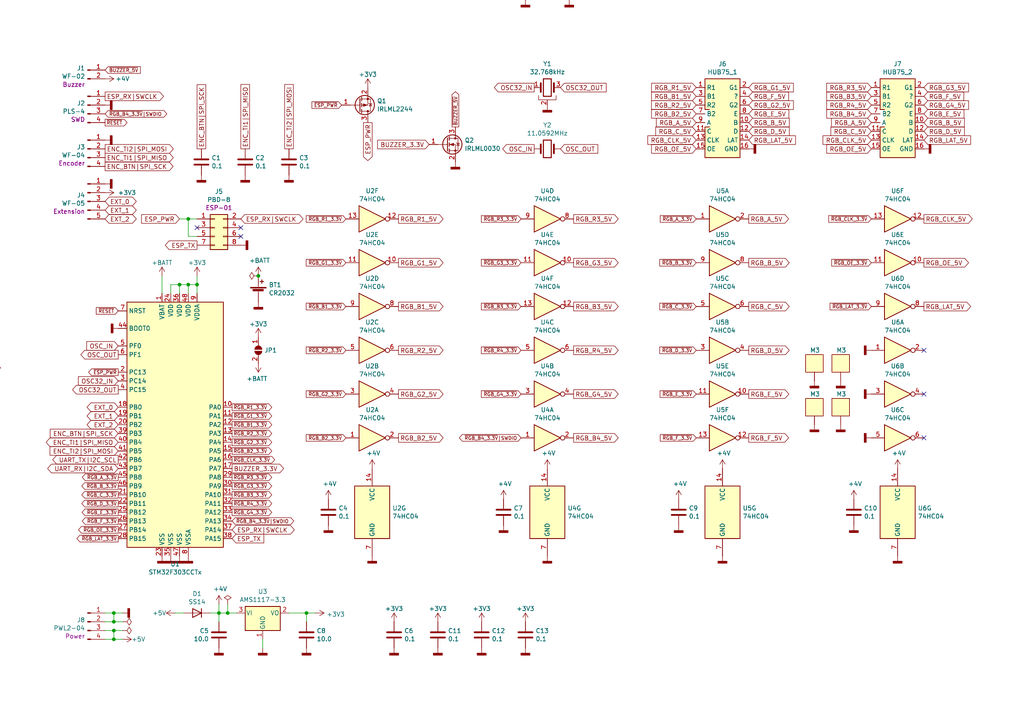
<source format=kicad_sch>
(kicad_sch (version 20211123) (generator eeschema)
  (paper "A4")
  (junction (at 52.07 82.55))
  (junction (at 88.9 177.8))
  (junction (at -35.56 60.96))
  (junction (at -17.78 60.96))
  (junction (at 54.61 82.55))
  (junction (at -33.02 60.96))
  (junction (at 54.61 63.5))
  (junction (at 74.93 80.01))
  (junction (at 63.5 177.8))
  (junction (at 33.02 180.34))
  (junction (at 66.04 177.8))
  (junction (at -15.24 60.96))
  (junction (at 33.02 177.8))
  (junction (at 33.02 182.88))
  (junction (at 57.15 82.55))
  (junction (at -20.32 60.96))
  (junction (at 33.02 185.42))
  (no_connect (at 57.15 66.04))
  (no_connect (at 267.97 114.3))
  (no_connect (at 267.97 101.6))
  (no_connect (at 69.85 66.04))
  (no_connect (at 267.97 127))
  (no_connect (at 69.85 68.58))
  (wire (pts (xy 63.5 177.8) (xy 63.5 180.34)))
  (wire (pts (xy 54.61 63.5) (xy 52.07 63.5)))
  (wire (pts (xy 83.82 177.8) (xy 88.9 177.8)))
  (wire (pts (xy 33.02 180.34) (xy 30.48 180.34)))
  (wire (pts (xy -12.7 60.96) (xy -12.7 63.5)))
  (wire (pts (xy 30.48 177.8) (xy 33.02 177.8)))
  (wire (pts (xy 35.56 182.88) (xy 33.02 182.88)))
  (wire (pts (xy 57.15 80.01) (xy 57.15 82.55)))
  (wire (pts (xy 54.61 63.5) (xy 57.15 63.5)))
  (wire (pts (xy 33.02 177.8) (xy 35.56 177.8)))
  (wire (pts (xy -33.02 60.96) (xy -30.48 60.96)))
  (wire (pts (xy -35.56 63.5) (xy -35.56 60.96)))
  (wire (pts (xy -35.56 60.96) (xy -33.02 60.96)))
  (wire (pts (xy -15.24 60.96) (xy -15.24 63.5)))
  (wire (pts (xy 49.53 82.55) (xy 52.07 82.55)))
  (wire (pts (xy 54.61 68.58) (xy 54.61 63.5)))
  (wire (pts (xy 66.04 177.8) (xy 63.5 177.8)))
  (wire (pts (xy -17.78 60.96) (xy -15.24 60.96)))
  (wire (pts (xy 60.96 177.8) (xy 63.5 177.8)))
  (wire (pts (xy 76.2 185.42) (xy 76.2 187.96)))
  (wire (pts (xy 53.34 177.8) (xy 50.8 177.8)))
  (wire (pts (xy 46.99 80.01) (xy 46.99 85.09)))
  (wire (pts (xy 49.53 85.09) (xy 49.53 82.55)))
  (wire (pts (xy -33.02 60.96) (xy -33.02 63.5)))
  (wire (pts (xy 88.9 177.8) (xy 91.44 177.8)))
  (wire (pts (xy -30.48 60.96) (xy -30.48 63.5)))
  (wire (pts (xy 57.15 68.58) (xy 54.61 68.58)))
  (wire (pts (xy 63.5 175.26) (xy 63.5 177.8)))
  (wire (pts (xy 33.02 182.88) (xy 33.02 185.42)))
  (wire (pts (xy -17.78 60.96) (xy -17.78 63.5)))
  (wire (pts (xy -15.24 60.96) (xy -12.7 60.96)))
  (wire (pts (xy 88.9 177.8) (xy 88.9 180.34)))
  (wire (pts (xy 33.02 185.42) (xy 35.56 185.42)))
  (wire (pts (xy 52.07 82.55) (xy 52.07 85.09)))
  (wire (pts (xy 52.07 82.55) (xy 54.61 82.55)))
  (wire (pts (xy 54.61 82.55) (xy 54.61 85.09)))
  (wire (pts (xy 35.56 180.34) (xy 33.02 180.34)))
  (wire (pts (xy -35.56 58.42) (xy -35.56 60.96)))
  (wire (pts (xy 33.02 177.8) (xy 33.02 180.34)))
  (wire (pts (xy -20.32 60.96) (xy -17.78 60.96)))
  (wire (pts (xy 66.04 175.26) (xy 66.04 177.8)))
  (wire (pts (xy 57.15 82.55) (xy 57.15 85.09)))
  (wire (pts (xy 30.48 182.88) (xy 33.02 182.88)))
  (wire (pts (xy 54.61 82.55) (xy 57.15 82.55)))
  (wire (pts (xy -20.32 58.42) (xy -20.32 60.96)))
  (wire (pts (xy -20.32 63.5) (xy -20.32 60.96)))
  (wire (pts (xy 68.58 177.8) (xy 66.04 177.8)))
  (wire (pts (xy 33.02 185.42) (xy 30.48 185.42)))
  (global_label "ENC_TI2|SPI_MOSI" (shape passive) (at 83.82 43.18 90) (property "Обозначения листов" "${INTERSHEET_REFS}" (effects hide)))
  (global_label "RGB_E_5V" (shape input) (at 267.97 33.02 0) (property "Обозначения листов" "${INTERSHEET_REFS}" (effects hide)))
  (global_label "RGB_D_5V" (shape input) (at 217.17 38.1 0) (property "Обозначения листов" "${INTERSHEET_REFS}" (effects hide)))
  (global_label "~{RGB_R3_3.3V}" (shape input) (at 151.13 63.5 180) (effects (font (size 0.9906 0.9906))) (property "Обозначения листов" "${INTERSHEET_REFS}" (effects hide)))
  (global_label "~{RGB_R2_3.3V}" (shape input) (at 100.33 101.6 180) (effects (font (size 0.9906 0.9906))) (property "Обозначения листов" "${INTERSHEET_REFS}" (effects hide)))
  (global_label "RGB_R4_5V" (shape output) (at 166.37 101.6 0) (property "Обозначения листов" "${INTERSHEET_REFS}" (effects hide)))
  (global_label "RGB_C_5V" (shape output) (at 217.17 88.9 0) (property "Обозначения листов" "${INTERSHEET_REFS}" (effects hide)))
  (global_label "RGB_R2_5V" (shape input) (at 201.93 30.48 180) (property "Обозначения листов" "${INTERSHEET_REFS}" (effects hide)))
  (global_label "RGB_G3_5V" (shape output) (at 166.37 76.2 0) (property "Обозначения листов" "${INTERSHEET_REFS}" (effects hide)))
  (global_label "~{RGB_G2_3.3V}" (shape output) (at 67.31 128.27 0) (effects (font (size 0.9906 0.9906))) (property "Обозначения листов" "${INTERSHEET_REFS}" (effects hide)))
  (global_label "~{RGB_G2_3.3V}" (shape input) (at 100.33 114.3 180) (effects (font (size 0.9906 0.9906))) (property "Обозначения листов" "${INTERSHEET_REFS}" (effects hide)))
  (global_label "ENC_BTN|SPI_SCK" (shape output) (at 30.48 48.26 0) (property "Обозначения листов" "${INTERSHEET_REFS}" (effects hide)))
  (global_label "EXT_0" (shape passive) (at -38.1 43.18 90) (property "Обозначения листов" "${INTERSHEET_REFS}" (effects hide)))
  (global_label "ENC_TI1|SPI_MISO" (shape passive) (at 71.12 43.18 90) (property "Обозначения листов" "${INTERSHEET_REFS}" (effects hide)))
  (global_label "RGB_G2_5V" (shape input) (at 217.17 30.48 0) (property "Обозначения листов" "${INTERSHEET_REFS}" (effects hide)))
  (global_label "~{RESET}" (shape output) (at 30.48 35.56 0) (effects (font (size 0.9906 0.9906))) (property "Обозначения листов" "${INTERSHEET_REFS}" (effects hide)))
  (global_label "ESP_TX" (shape input) (at 67.31 156.21 0) (property "Обозначения листов" "${INTERSHEET_REFS}" (effects hide)))
  (global_label "~{RGB_B2_3.3V}" (shape input) (at 100.33 127 180) (effects (font (size 0.9906 0.9906))) (property "Обозначения листов" "${INTERSHEET_REFS}" (effects hide)))
  (global_label "~{RGB_R2_3.3V}" (shape output) (at 67.31 125.73 0) (effects (font (size 0.9906 0.9906))) (property "Обозначения листов" "${INTERSHEET_REFS}" (effects hide)))
  (global_label "~{RGB_D_3.3V}" (shape output) (at 34.29 146.05 180) (effects (font (size 0.9906 0.9906))) (property "Обозначения листов" "${INTERSHEET_REFS}" (effects hide)))
  (global_label "BUZZER_3.3V" (shape output) (at 67.31 135.89 0) (property "Обозначения листов" "${INTERSHEET_REFS}" (effects hide)))
  (global_label "~{RGB_CLK_3.3V}" (shape output) (at 67.31 133.35 0) (effects (font (size 0.9906 0.9906))) (property "Обозначения листов" "${INTERSHEET_REFS}" (effects hide)))
  (global_label "OSC_OUT" (shape input) (at 162.56 43.18 0) (property "Обозначения листов" "${INTERSHEET_REFS}" (effects hide)))
  (global_label "OSC32_IN" (shape input) (at 34.29 110.49 180) (property "Обозначения листов" "${INTERSHEET_REFS}" (effects hide)))
  (global_label "~{RESET}" (shape input) (at 34.29 90.17 180) (effects (font (size 0.9906 0.9906))) (property "Обозначения листов" "${INTERSHEET_REFS}" (effects hide)))
  (global_label "EXT_0" (shape passive) (at -30.48 73.66 270) (property "Обозначения листов" "${INTERSHEET_REFS}" (effects hide)))
  (global_label "~{ESP_PWR}" (shape output) (at 34.29 107.95 180) (effects (font (size 0.9906 0.9906))) (property "Обозначения листов" "${INTERSHEET_REFS}" (effects hide)))
  (global_label "~{RGB_R4_3.3V}" (shape input) (at 151.13 101.6 180) (effects (font (size 0.9906 0.9906))) (property "Обозначения листов" "${INTERSHEET_REFS}" (effects hide)))
  (global_label "RGB_CLK_5V" (shape input) (at 201.93 40.64 180) (property "Обозначения листов" "${INTERSHEET_REFS}" (effects hide)))
  (global_label "EXT_2" (shape passive) (at -35.56 73.66 270) (property "Обозначения листов" "${INTERSHEET_REFS}" (effects hide)))
  (global_label "RGB_B3_5V" (shape output) (at 166.37 88.9 0) (property "Обозначения листов" "${INTERSHEET_REFS}" (effects hide)))
  (global_label "EXT_1" (shape bidirectional) (at 30.48 60.96 0) (property "Обозначения листов" "${INTERSHEET_REFS}" (effects hide)))
  (global_label "RGB_G1_5V" (shape input) (at 217.17 25.4 0) (property "Обозначения листов" "${INTERSHEET_REFS}" (effects hide)))
  (global_label "~{RGB_F_3.3V}" (shape input) (at 201.93 127 180) (effects (font (size 0.9906 0.9906))) (property "Обозначения листов" "${INTERSHEET_REFS}" (effects hide)))
  (global_label "~{RGB_OE_3.3V}" (shape input) (at 252.73 76.2 180) (effects (font (size 0.9906 0.9906))) (property "Обозначения листов" "${INTERSHEET_REFS}" (effects hide)))
  (global_label "OSC_IN" (shape output) (at 154.94 43.18 180) (property "Обозначения листов" "${INTERSHEET_REFS}" (effects hide)))
  (global_label "~{RGB_E_3.3V}" (shape input) (at 201.93 114.3 180) (effects (font (size 0.9906 0.9906))) (property "Обозначения листов" "${INTERSHEET_REFS}" (effects hide)))
  (global_label "~{RGB_R1_3.3V}" (shape output) (at 67.31 118.11 0) (effects (font (size 0.9906 0.9906))) (property "Обозначения листов" "${INTERSHEET_REFS}" (effects hide)))
  (global_label "RGB_R2_5V" (shape output) (at 115.57 101.6 0) (property "Обозначения листов" "${INTERSHEET_REFS}" (effects hide)))
  (global_label "RGB_B1_5V" (shape input) (at 201.93 27.94 180) (property "Обозначения листов" "${INTERSHEET_REFS}" (effects hide)))
  (global_label "RGB_B2_5V" (shape input) (at 201.93 33.02 180) (property "Обозначения листов" "${INTERSHEET_REFS}" (effects hide)))
  (global_label "~{RGB_D_3.3V}" (shape input) (at 201.93 101.6 180) (effects (font (size 0.9906 0.9906))) (property "Обозначения листов" "${INTERSHEET_REFS}" (effects hide)))
  (global_label "EXT_2" (shape bidirectional) (at 30.48 63.5 0) (property "Обозначения листов" "${INTERSHEET_REFS}" (effects hide)))
  (global_label "RGB_G4_5V" (shape output) (at 166.37 114.3 0) (property "Обозначения листов" "${INTERSHEET_REFS}" (effects hide)))
  (global_label "RGB_F_5V" (shape input) (at 267.97 27.94 0) (property "Обозначения листов" "${INTERSHEET_REFS}" (effects hide)))
  (global_label "EXT_1" (shape passive) (at -33.02 73.66 270) (property "Обозначения листов" "${INTERSHEET_REFS}" (effects hide)))
  (global_label "ENC_TI2|SPI_MOSI" (shape output) (at 30.48 43.18 0) (property "Обозначения листов" "${INTERSHEET_REFS}" (effects hide)))
  (global_label "UART_RX|I2C_SDA" (shape bidirectional) (at 34.29 135.89 180) (property "Обозначения листов" "${INTERSHEET_REFS}" (effects hide)))
  (global_label "EXT_0" (shape bidirectional) (at 34.29 118.11 180) (property "Обозначения листов" "${INTERSHEET_REFS}" (effects hide)))
  (global_label "EXT_1" (shape passive) (at -25.4 43.18 90) (property "Обозначения листов" "${INTERSHEET_REFS}" (effects hide)))
  (global_label "RGB_R4_5V" (shape input) (at 252.73 30.48 180) (property "Обозначения листов" "${INTERSHEET_REFS}" (effects hide)))
  (global_label "RGB_B4_5V" (shape output) (at 166.37 127 0) (property "Обозначения листов" "${INTERSHEET_REFS}" (effects hide)))
  (global_label "ESP_TX" (shape output) (at 57.15 71.12 180) (property "Обозначения листов" "${INTERSHEET_REFS}" (effects hide)))
  (global_label "BUZZER_3.3V" (shape input) (at 124.46 41.91 180) (property "Обозначения листов" "${INTERSHEET_REFS}" (effects hide)))
  (global_label "OSC32_OUT" (shape output) (at 34.29 113.03 180) (property "Обозначения листов" "${INTERSHEET_REFS}" (effects hide)))
  (global_label "~{RGB_R1_3.3V}" (shape input) (at 100.33 63.5 180) (effects (font (size 0.9906 0.9906))) (property "Обозначения листов" "${INTERSHEET_REFS}" (effects hide)))
  (global_label "RGB_OE_5V" (shape input) (at 201.93 43.18 180) (property "Обозначения листов" "${INTERSHEET_REFS}" (effects hide)))
  (global_label "ENC_TI2|SPI_MOSI" (shape input) (at 34.29 130.81 180) (property "Обозначения листов" "${INTERSHEET_REFS}" (effects hide)))
  (global_label "RGB_B_5V" (shape input) (at 267.97 35.56 0) (property "Обозначения листов" "${INTERSHEET_REFS}" (effects hide)))
  (global_label "RGB_LAT_5V" (shape input) (at 217.17 40.64 0) (property "Обозначения листов" "${INTERSHEET_REFS}" (effects hide)))
  (global_label "OSC_IN" (shape input) (at 34.29 100.33 180) (property "Обозначения листов" "${INTERSHEET_REFS}" (effects hide)))
  (global_label "~{RGB_G3_3.3V}" (shape input) (at 151.13 76.2 180) (effects (font (size 0.9906 0.9906))) (property "Обозначения листов" "${INTERSHEET_REFS}" (effects hide)))
  (global_label "OSC_OUT" (shape output) (at 34.29 102.87 180) (property "Обозначения листов" "${INTERSHEET_REFS}" (effects hide)))
  (global_label "RGB_C_5V" (shape input) (at 252.73 38.1 180) (property "Обозначения листов" "${INTERSHEET_REFS}" (effects hide)))
  (global_label "RGB_B_5V" (shape input) (at 217.17 35.56 0) (property "Обозначения листов" "${INTERSHEET_REFS}" (effects hide)))
  (global_label "~{RGB_G4_3.3V}" (shape output) (at 67.31 148.59 0) (effects (font (size 0.9906 0.9906))) (property "Обозначения листов" "${INTERSHEET_REFS}" (effects hide)))
  (global_label "EXT_2" (shape bidirectional) (at 34.29 123.19 180) (property "Обозначения листов" "${INTERSHEET_REFS}" (effects hide)))
  (global_label "RGB_R1_5V" (shape input) (at 201.93 25.4 180) (property "Обозначения листов" "${INTERSHEET_REFS}" (effects hide)))
  (global_label "~{RGB_B1_3.3V}" (shape input) (at 100.33 88.9 180) (effects (font (size 0.9906 0.9906))) (property "Обозначения листов" "${INTERSHEET_REFS}" (effects hide)))
  (global_label "RGB_C_5V" (shape input) (at 201.93 38.1 180) (property "Обозначения листов" "${INTERSHEET_REFS}" (effects hide)))
  (global_label "~{RGB_B4_3.3V}|SWDIO" (shape bidirectional) (at 67.31 151.13 0) (effects (font (size 0.9906 0.9906))) (property "Обозначения листов" "${INTERSHEET_REFS}" (effects hide)))
  (global_label "~{RGB_R4_3.3V}" (shape output) (at 67.31 146.05 0) (effects (font (size 0.9906 0.9906))) (property "Обозначения листов" "${INTERSHEET_REFS}" (effects hide)))
  (global_label "RGB_R1_5V" (shape output) (at 115.57 63.5 0) (property "Обозначения листов" "${INTERSHEET_REFS}" (effects hide)))
  (global_label "RGB_G4_5V" (shape input) (at 267.97 30.48 0) (property "Обозначения листов" "${INTERSHEET_REFS}" (effects hide)))
  (global_label "ESP_RX|SWCLK" (shape bidirectional) (at 67.31 153.67 0) (property "Обозначения листов" "${INTERSHEET_REFS}" (effects hide)))
  (global_label "OSC_IN" (shape passive) (at 152.4 -7.62 90) (property "Обозначения листов" "${INTERSHEET_REFS}" (effects hide)))
  (global_label "~{BUZZER_5V}" (shape input) (at 30.48 20.32 0) (effects (font (size 0.9906 0.9906))) (property "Обозначения листов" "${INTERSHEET_REFS}" (effects hide)))
  (global_label "RGB_G2_5V" (shape output) (at 115.57 114.3 0) (property "Обозначения листов" "${INTERSHEET_REFS}" (effects hide)))
  (global_label "~{RGB_B1_3.3V}" (shape output) (at 67.31 123.19 0) (effects (font (size 0.9906 0.9906))) (property "Обозначения листов" "${INTERSHEET_REFS}" (effects hide)))
  (global_label "~{RGB_G4_3.3V}" (shape input) (at 151.13 114.3 180) (effects (font (size 0.9906 0.9906))) (property "Обозначения листов" "${INTERSHEET_REFS}" (effects hide)))
  (global_label "~{RGB_R3_3.3V}" (shape output) (at 67.31 138.43 0) (effects (font (size 0.9906 0.9906))) (property "Обозначения листов" "${INTERSHEET_REFS}" (effects hide)))
  (global_label "~{RGB_F_3.3V}" (shape output) (at 34.29 151.13 180) (effects (font (size 0.9906 0.9906))) (property "Обозначения листов" "${INTERSHEET_REFS}" (effects hide)))
  (global_label "RGB_B3_5V" (shape input) (at 252.73 27.94 180) (property "Обозначения листов" "${INTERSHEET_REFS}" (effects hide)))
  (global_label "~{BUZZER_5V}" (shape output) (at 132.08 36.83 90) (effects (font (size 0.9906 0.9906))) (property "Обозначения листов" "${INTERSHEET_REFS}" (effects hide)))
  (global_label "EXT_1" (shape bidirectional) (at 34.29 120.65 180) (property "Обозначения листов" "${INTERSHEET_REFS}" (effects hide)))
  (global_label "~{RESET}" (shape passive) (at -12.7 73.66 270) (effects (font (size 0.9906 0.9906))) (property "Обозначения листов" "${INTERSHEET_REFS}" (effects hide)))
  (global_label "RGB_B2_5V" (shape output) (at 115.57 127 0) (property "Обозначения листов" "${INTERSHEET_REFS}" (effects hide)))
  (global_label "ESP_PWR" (shape input) (at 52.07 63.5 180) (property "Обозначения листов" "${INTERSHEET_REFS}" (effects hide)))
  (global_label "RGB_G1_5V" (shape output) (at 115.57 76.2 0) (property "Обозначения листов" "${INTERSHEET_REFS}" (effects hide)))
  (global_label "RGB_E_5V" (shape input) (at 217.17 33.02 0) (property "Обозначения листов" "${INTERSHEET_REFS}" (effects hide)))
  (global_label "ESP_PWR" (shape output) (at 106.68 35.56 270) (property "Обозначения листов" "${INTERSHEET_REFS}" (effects hide)))
  (global_label "~{ESP_PWR}" (shape input) (at 99.06 30.48 180) (effects (font (size 0.9906 0.9906))) (property "Обозначения листов" "${INTERSHEET_REFS}" (effects hide)))
  (global_label "EXT_2" (shape passive) (at -12.7 43.18 90) (property "Обозначения листов" "${INTERSHEET_REFS}" (effects hide)))
  (global_label "~{RGB_B3_3.3V}" (shape input) (at 151.13 88.9 180) (effects (font (size 0.9906 0.9906))) (property "Обозначения листов" "${INTERSHEET_REFS}" (effects hide)))
  (global_label "UART_RX|I2C_SDA" (shape bidirectional) (at -20.32 106.68 0) (property "Обозначения листов" "${INTERSHEET_REFS}" (effects hide)))
  (global_label "~{RGB_B_3.3V}" (shape input) (at 201.93 76.2 180) (effects (font (size 0.9906 0.9906))) (property "Обозначения листов" "${INTERSHEET_REFS}" (effects hide)))
  (global_label "ENC_BTN|SPI_SCK" (shape passive) (at -20.32 73.66 270) (property "Обозначения листов" "${INTERSHEET_REFS}" (effects hide)))
  (global_label "RGB_F_5V" (shape input) (at 217.17 27.94 0) (property "Обозначения листов" "${INTERSHEET_REFS}" (effects hide)))
  (global_label "~{RGB_G3_3.3V}" (shape output) (at 67.31 140.97 0) (effects (font (size 0.9906 0.9906))) (property "Обозначения листов" "${INTERSHEET_REFS}" (effects hide)))
  (global_label "RGB_LAT_5V" (shape output) (at 267.97 88.9 0) (property "Обозначения листов" "${INTERSHEET_REFS}" (effects hide)))
  (global_label "~{RGB_A_3.3V}" (shape input) (at 201.93 63.5 180) (effects (font (size 0.9906 0.9906))) (property "Обозначения листов" "${INTERSHEET_REFS}" (effects hide)))
  (global_label "RGB_F_5V" (shape output) (at 217.17 127 0) (property "Обозначения листов" "${INTERSHEET_REFS}" (effects hide)))
  (global_label "~{RGB_C_3.3V}" (shape output) (at 34.29 143.51 180) (effects (font (size 0.9906 0.9906))) (property "Обозначения листов" "${INTERSHEET_REFS}" (effects hide)))
  (global_label "~{RGB_E_3.3V}" (shape output) (at 34.29 148.59 180) (effects (font (size 0.9906 0.9906))) (property "Обозначения листов" "${INTERSHEET_REFS}" (effects hide)))
  (global_label "RGB_B1_5V" (shape output) (at 115.57 88.9 0) (property "Обозначения листов" "${INTERSHEET_REFS}" (effects hide)))
  (global_label "ENC_TI1|SPI_MISO" (shape bidirectional) (at 34.29 128.27 180) (property "Обозначения листов" "${INTERSHEET_REFS}" (effects hide)))
  (global_label "ENC_TI1|SPI_MISO" (shape output) (at 30.48 45.72 0) (property "Обозначения листов" "${INTERSHEET_REFS}" (effects hide)))
  (global_label "RGB_R3_5V" (shape input) (at 252.73 25.4 180) (property "Обозначения листов" "${INTERSHEET_REFS}" (effects hide)))
  (global_label "RGB_D_5V" (shape input) (at 267.97 38.1 0) (property "Обозначения листов" "${INTERSHEET_REFS}" (effects hide)))
  (global_label "RGB_B4_5V" (shape input) (at 252.73 33.02 180) (property "Обозначения листов" "${INTERSHEET_REFS}" (effects hide)))
  (global_label "~{RGB_G1_3.3V}" (shape output) (at 67.31 120.65 0) (effects (font (size 0.9906 0.9906))) (property "Обозначения листов" "${INTERSHEET_REFS}" (effects hide)))
  (global_label "~{RGB_B_3.3V}" (shape output) (at 34.29 140.97 180) (effects (font (size 0.9906 0.9906))) (property "Обозначения листов" "${INTERSHEET_REFS}" (effects hide)))
  (global_label "RGB_A_5V" (shape output) (at 217.17 63.5 0) (property "Обозначения листов" "${INTERSHEET_REFS}" (effects hide)))
  (global_label "OSC32_IN" (shape output) (at 154.94 25.4 180) (property "Обозначения листов" "${INTERSHEET_REFS}" (effects hide)))
  (global_label "~{RGB_A_3.3V}" (shape output) (at 34.29 138.43 180) (effects (font (size 0.9906 0.9906))) (property "Обозначения листов" "${INTERSHEET_REFS}" (effects hide)))
  (global_label "UART_TX|I2C_SCL" (shape input) (at -20.32 104.14 0) (property "Обозначения листов" "${INTERSHEET_REFS}" (effects hide)))
  (global_label "UART_TX|I2C_SCL" (shape output) (at 34.29 133.35 180) (property "Обозначения листов" "${INTERSHEET_REFS}" (effects hide)))
  (global_label "RGB_OE_5V" (shape output) (at 267.97 76.2 0) (property "Обозначения листов" "${INTERSHEET_REFS}" (effects hide)))
  (global_label "ESP_RX|SWCLK" (shape output) (at 30.48 27.94 0) (property "Обозначения листов" "${INTERSHEET_REFS}" (effects hide)))
  (global_label "ENC_TI2|SPI_MOSI" (shape passive) (at -15.24 73.66 270) (property "Обозначения листов" "${INTERSHEET_REFS}" (effects hide)))
  (global_label "EXT_0" (shape bidirectional) (at 30.48 58.42 0) (property "Обозначения листов" "${INTERSHEET_REFS}" (effects hide)))
  (global_label "~{RGB_B4_3.3V}|SWDIO" (shape bidirectional) (at 151.13 127 180) (effects (font (size 0.9906 0.9906))) (property "Обозначения листов" "${INTERSHEET_REFS}" (effects hide)))
  (global_label "RGB_CLK_5V" (shape input) (at 252.73 40.64 180) (property "Обозначения листов" "${INTERSHEET_REFS}" (effects hide)))
  (global_label "OSC32_OUT" (shape input) (at 162.56 25.4 0) (property "Обозначения листов" "${INTERSHEET_REFS}" (effects hide)))
  (global_label "~{RGB_LAT_3.3V}" (shape output) (at 34.29 156.21 180) (effects (font (size 0.9906 0.9906))) (property "Обозначения листов" "${INTERSHEET_REFS}" (effects hide)))
  (global_label "ENC_TI1|SPI_MISO" (shape passive) (at -17.78 73.66 270) (property "Обозначения листов" "${INTERSHEET_REFS}" (effects hide)))
  (global_label "~{RGB_B2_3.3V}" (shape output) (at 67.31 130.81 0) (effects (font (size 0.9906 0.9906))) (property "Обозначения листов" "${INTERSHEET_REFS}" (effects hide)))
  (global_label "OSC_OUT" (shape passive) (at 165.1 -7.62 90) (property "Обозначения листов" "${INTERSHEET_REFS}" (effects hide)))
  (global_label "RGB_G3_5V" (shape input) (at 267.97 25.4 0) (property "Обозначения листов" "${INTERSHEET_REFS}" (effects hide)))
  (global_label "~{RGB_B3_3.3V}" (shape output) (at 67.31 143.51 0) (effects (font (size 0.9906 0.9906))) (property "Обозначения листов" "${INTERSHEET_REFS}" (effects hide)))
  (global_label "RGB_OE_5V" (shape input) (at 252.73 43.18 180) (property "Обозначения листов" "${INTERSHEET_REFS}" (effects hide)))
  (global_label "RGB_A_5V" (shape input) (at 252.73 35.56 180) (property "Обозначения листов" "${INTERSHEET_REFS}" (effects hide)))
  (global_label "RGB_CLK_5V" (shape output) (at 267.97 63.5 0) (property "Обозначения листов" "${INTERSHEET_REFS}" (effects hide)))
  (global_label "RGB_E_5V" (shape output) (at 217.17 114.3 0) (property "Обозначения листов" "${INTERSHEET_REFS}" (effects hide)))
  (global_label "RGB_LAT_5V" (shape input) (at 267.97 40.64 0) (property "Обозначения листов" "${INTERSHEET_REFS}" (effects hide)))
  (global_label "RGB_A_5V" (shape input) (at 201.93 35.56 180) (property "Обозначения листов" "${INTERSHEET_REFS}" (effects hide)))
  (global_label "RGB_B_5V" (shape output) (at 217.17 76.2 0) (property "Обозначения листов" "${INTERSHEET_REFS}" (effects hide)))
  (global_label "~{RGB_G1_3.3V}" (shape input) (at 100.33 76.2 180) (effects (font (size 0.9906 0.9906))) (property "Обозначения листов" "${INTERSHEET_REFS}" (effects hide)))
  (global_label "~{RGB_OE_3.3V}" (shape output) (at 34.29 153.67 180) (effects (font (size 0.9906 0.9906))) (property "Обозначения листов" "${INTERSHEET_REFS}" (effects hide)))
  (global_label "~{RGB_C_3.3V}" (shape input) (at 201.93 88.9 180) (effects (font (size 0.9906 0.9906))) (property "Обозначения листов" "${INTERSHEET_REFS}" (effects hide)))
  (global_label "ENC_BTN|SPI_SCK" (shape passive) (at 58.42 43.18 90) (property "Обозначения листов" "${INTERSHEET_REFS}" (effects hide)))
  (global_label "ENC_BTN|SPI_SCK" (shape input) (at 34.29 125.73 180) (property "Обозначения листов" "${INTERSHEET_REFS}" (effects hide)))
  (global_label "~{RGB_CLK_3.3V}" (shape input) (at 252.73 63.5 180) (effects (font (size 0.9906 0.9906))) (property "Обозначения листов" "${INTERSHEET_REFS}" (effects hide)))
  (global_label "~{RGB_LAT_3.3V}" (shape input) (at 252.73 88.9 180) (effects (font (size 0.9906 0.9906))) (property "Обозначения листов" "${INTERSHEET_REFS}" (effects hide)))
  (global_label "~{RGB_B4_3.3V}|SWDIO" (shape bidirectional) (at 30.48 33.02 0) (effects (font (size 0.9906 0.9906))) (property "Обозначения листов" "${INTERSHEET_REFS}" (effects hide)))
  (global_label "RGB_D_5V" (shape output) (at 217.17 101.6 0) (property "Обозначения листов" "${INTERSHEET_REFS}" (effects hide)))
  (global_label "ESP_RX|SWCLK" (shape bidirectional) (at 69.85 63.5 0) (property "Обозначения листов" "${INTERSHEET_REFS}" (effects hide)))
  (global_label "RGB_R3_5V" (shape output) (at 166.37 63.5 0) (property "Обозначения листов" "${INTERSHEET_REFS}" (effects hide)))
  (symbol (lib_id "Device:D") (at 57.15 177.8 180) (unit 1)
    (property "Reference" "D1" (at 57.15 172.212 0))
    (property "Value" "SS14" (at 57.15 174.5742 0))
    (property "Footprint" "Vlad:D_SMA" (effects hide))
  )
  (symbol (lib_id "Device:C") (at 63.5 184.15 0) (unit 1)
    (property "Reference" "C5" (at 60.6044 182.9562 0) (effects (justify right)))
    (property "Value" "10.0" (at 60.6044 185.3184 0) (effects (justify right)))
    (property "Footprint" "Vlad:C_1206" (effects hide))
  )
  (symbol (lib_id "power:+5V") (at 50.8 177.8 90) (unit 1)
    (property "Reference" "#PWR028" (effects hide))
    (property "Value" "+5V" (at 48.26 177.8 90) (effects (justify left)))
  )
  (symbol (lib_id "power:+4V") (at 63.5 175.26 0) (unit 1)
    (property "Reference" "#PWR031" (effects hide))
    (property "Value" "+4V" (at 63.881 170.815 0))
  )
  (symbol (lib_id "Regulator_Linear:AMS1117-3.3") (at 76.2 177.8 0) (unit 1)
    (property "Reference" "U3" (at 76.2 171.577 0))
    (property "Value" "AMS1117-3.3" (at 76.2 173.9392 0))
    (property "Footprint" "Vlad:AMS1117" (effects hide))
    (property "Datasheet" "http://www.advanced-monolithic.com/pdf/ds1117.pdf" (effects hide))
  )
  (symbol (lib_id "power:GNDD") (at 63.5 187.96 0) (unit 1)
    (property "Reference" "#PWR032" (effects hide))
    (property "Value" "GNDD" (effects hide))
  )
  (symbol (lib_id "power:GNDD") (at 76.2 187.96 0) (unit 1)
    (property "Reference" "#PWR033" (effects hide))
    (property "Value" "GNDD" (effects hide))
  )
  (symbol (lib_id "power:+3.3V") (at 91.44 177.8 270) (unit 1)
    (property "Reference" "#PWR038" (effects hide))
    (property "Value" "+3.3V" (at 94.7166 178.181 90) (effects (justify left)))
  )
  (symbol (lib_id "power:GNDD") (at 46.99 161.29 0) (unit 1)
    (property "Reference" "#PWR018" (effects hide))
    (property "Value" "GNDD" (effects hide))
  )
  (symbol (lib_id "power:+3.3V") (at 57.15 80.01 0) (unit 1)
    (property "Reference" "#PWR024" (effects hide))
    (property "Value" "+3.3V" (at 57.15 76.2 0))
  )
  (symbol (lib_id "power:+BATT") (at 46.99 80.01 0) (unit 1)
    (property "Reference" "#PWR017" (effects hide))
    (property "Value" "+BATT" (at 46.99 76.2 0))
  )
  (symbol (lib_id "Device:C") (at 88.9 184.15 0) (unit 1)
    (property "Reference" "C8" (at 91.821 182.9562 0) (effects (justify left)))
    (property "Value" "10.0" (at 91.821 185.3184 0) (effects (justify left)))
    (property "Footprint" "Vlad:C_1206" (effects hide))
  )
  (symbol (lib_id "power:GNDD") (at 88.9 187.96 0) (unit 1)
    (property "Reference" "#PWR037" (effects hide))
    (property "Value" "GNDD" (effects hide))
  )
  (symbol (lib_id "Connector:Conn_01x04_Male") (at 25.4 30.48 0) (unit 1)
    (property "Reference" "J2" (at 24.6888 29.9466 0) (effects (justify right)))
    (property "Value" "PLS-4" (at 24.6888 32.3088 0) (effects (justify right)))
    (property "Footprint" "Vlad:PLS-4" (effects hide))
    (property "Role" "SWD" (at 24.6888 34.671 0) (effects (justify right)))
  )
  (symbol (lib_id "power:GNDD") (at 30.48 30.48 90) (unit 1)
    (property "Reference" "#PWR09" (effects hide))
    (property "Value" "GNDD" (effects hide))
  )
  (symbol (lib_id "Device:Battery_Cell") (at 74.93 85.09 0) (unit 1)
    (property "Reference" "BT1" (at 77.9526 82.6262 0) (effects (justify left)))
    (property "Value" "CR2032" (at 77.9526 84.9884 0) (effects (justify left)))
    (property "Footprint" "Vlad:CR2032" (effects hide))
  )
  (symbol (lib_id "power:+BATT") (at 74.93 80.01 0) (unit 1)
    (property "Reference" "#PWR022" (effects hide))
    (property "Value" "+BATT" (at 75.311 75.565 0))
  )
  (symbol (lib_id "power:GNDD") (at 74.93 87.63 0) (unit 1)
    (property "Reference" "#PWR023" (effects hide))
    (property "Value" "GNDD" (effects hide))
  )
  (symbol (lib_id "Device:Crystal_GND2") (at 158.75 25.4 0) (unit 1)
    (property "Reference" "Y1" (at 158.75 18.5166 0))
    (property "Value" "32.768kHz" (at 158.75 20.8788 0))
    (property "Footprint" "Vlad:Crystal_Clock_SMD" (effects hide))
  )
  (symbol (lib_id "power:GNDD") (at 158.75 30.48 0) (unit 1)
    (property "Reference" "#PWR025" (effects hide))
    (property "Value" "GNDD" (effects hide))
  )
  (symbol (lib_id "Connector:Conn_01x04_Male") (at 25.4 43.18 0) (unit 1)
    (property "Reference" "J3" (at 24.6888 42.6466 0) (effects (justify right)))
    (property "Value" "WF-04" (at 24.6888 45.0088 0) (effects (justify right)))
    (property "Footprint" "Vlad:WF-04" (effects hide))
    (property "Role" "Encoder" (at 24.6888 47.371 0) (effects (justify right)))
  )
  (symbol (lib_id "power:GNDD") (at 30.48 40.64 90) (unit 1)
    (property "Reference" "#PWR010" (effects hide))
    (property "Value" "GNDD" (effects hide))
  )
  (symbol (lib_id "power:GNDD") (at 30.48 53.34 90) (unit 1)
    (property "Reference" "#PWR011" (effects hide))
    (property "Value" "GNDD" (effects hide))
  )
  (symbol (lib_id "Device:C") (at 58.42 46.99 0) (unit 1)
    (property "Reference" "C1" (at 61.341 45.7962 0) (effects (justify left)))
    (property "Value" "0.1" (at 61.341 48.1584 0) (effects (justify left)))
    (property "Footprint" "Vlad:C_0603" (effects hide))
  )
  (symbol (lib_id "power:GNDD") (at 58.42 50.8 0) (unit 1)
    (property "Reference" "#PWR02" (effects hide))
    (property "Value" "GNDD" (effects hide))
  )
  (symbol (lib_id "Device:C") (at 71.12 46.99 0) (unit 1)
    (property "Reference" "C2" (at 74.041 45.7962 0) (effects (justify left)))
    (property "Value" "0.1" (at 74.041 48.1584 0) (effects (justify left)))
    (property "Footprint" "Vlad:C_0603" (effects hide))
  )
  (symbol (lib_id "power:GNDD") (at 71.12 50.8 0) (unit 1)
    (property "Reference" "#PWR06" (effects hide))
    (property "Value" "GNDD" (effects hide))
  )
  (symbol (lib_id "Device:C") (at 83.82 46.99 0) (unit 1)
    (property "Reference" "C3" (at 86.741 45.7962 0) (effects (justify left)))
    (property "Value" "0.1" (at 86.741 48.1584 0) (effects (justify left)))
    (property "Footprint" "Vlad:C_0603" (effects hide))
  )
  (symbol (lib_id "power:GNDD") (at 83.82 50.8 0) (unit 1)
    (property "Reference" "#PWR013" (effects hide))
    (property "Value" "GNDD" (effects hide))
  )
  (symbol (lib_id "power:PWR_FLAG") (at 35.56 180.34 270) (unit 1)
    (property "Reference" "#FLG01" (effects hide))
    (property "Value" "PWR_FLAG" (effects hide))
  )
  (symbol (lib_id "power:PWR_FLAG") (at 35.56 182.88 270) (unit 1)
    (property "Reference" "#FLG02" (effects hide))
    (property "Value" "PWR_FLAG" (effects hide))
  )
  (symbol (lib_id "power:PWR_FLAG") (at 74.93 80.01 90) (unit 1)
    (property "Reference" "#FLG03" (effects hide))
    (property "Value" "PWR_FLAG" (effects hide))
  )
  (symbol (lib_id "power:PWR_FLAG") (at 66.04 175.26 0) (unit 1)
    (property "Reference" "#FLG04" (effects hide))
    (property "Value" "PWR_FLAG" (effects hide))
  )
  (symbol (lib_id "Vlad:HUB75") (at 209.55 34.29 0) (unit 1)
    (property "Reference" "J6" (at 209.55 18.542 0))
    (property "Value" "HUB75_1" (at 209.55 20.9042 0))
    (property "Footprint" "Vlad:IDC-16" (effects hide))
  )
  (symbol (lib_id "Vlad:HUB75") (at 260.35 34.29 0) (unit 1)
    (property "Reference" "J7" (at 260.35 18.542 0))
    (property "Value" "HUB75_2" (at 260.35 20.9042 0))
    (property "Footprint" "Vlad:IDC-16" (effects hide))
  )
  (symbol (lib_id "power:GNDD") (at 49.53 161.29 0) (unit 1)
    (property "Reference" "#PWR019" (effects hide))
    (property "Value" "GNDD" (effects hide))
  )
  (symbol (lib_id "power:GNDD") (at 52.07 161.29 0) (unit 1)
    (property "Reference" "#PWR020" (effects hide))
    (property "Value" "GNDD" (effects hide))
  )
  (symbol (lib_id "power:GNDD") (at 54.61 161.29 0) (unit 1)
    (property "Reference" "#PWR021" (effects hide))
    (property "Value" "GNDD" (effects hide))
  )
  (symbol (lib_id "power:GNDD") (at 217.17 43.18 90) (unit 1)
    (property "Reference" "#PWR045" (effects hide))
    (property "Value" "GNDD" (effects hide))
  )
  (symbol (lib_id "power:GNDD") (at 267.97 43.18 90) (unit 1)
    (property "Reference" "#PWR053" (effects hide))
    (property "Value" "GNDD" (effects hide))
  )
  (symbol (lib_id "MCU_ST_STM32F3:STM32F303CCTx") (at 52.07 123.19 0) (unit 1)
    (property "Reference" "U1" (at 50.8 163.6014 0))
    (property "Value" "STM32F303CCTx" (at 50.8 165.9636 0))
    (property "Footprint" "Vlad:LQFP-48_7x7mm_P0.5mm" (effects hide))
    (property "Datasheet" "http://www.st.com/st-web-ui/static/active/en/resource/technical/document/datasheet/DM00058181.pdf" (effects hide))
  )
  (symbol (lib_id "power:GNDD") (at 34.29 95.25 270) (unit 1)
    (property "Reference" "#PWR016" (effects hide))
    (property "Value" "GNDD" (effects hide))
  )
  (symbol (lib_id "74xx:74HC04") (at 107.95 127 0) (unit 1)
    (property "Reference" "U2" (at 107.95 118.872 0))
    (property "Value" "74HC04" (at 107.95 121.2342 0))
    (property "Footprint" "Vlad:TSSOP-14_4.4x5mm_P0.65mm" (effects hide))
    (property "Datasheet" "https://assets.nexperia.com/documents/data-sheet/74HC_HCT04.pdf" (effects hide))
  )
  (symbol (lib_id "74xx:74HC04") (at 107.95 114.3 0) (unit 2)
    (property "Reference" "U2" (at 107.95 106.172 0))
    (property "Value" "74HC04" (at 107.95 108.5342 0))
    (property "Footprint" "Vlad:TSSOP-14_4.4x5mm_P0.65mm" (effects hide))
    (property "Datasheet" "https://assets.nexperia.com/documents/data-sheet/74HC_HCT04.pdf" (effects hide))
  )
  (symbol (lib_id "74xx:74HC04") (at 107.95 101.6 0) (unit 3)
    (property "Reference" "U2" (at 107.95 93.472 0))
    (property "Value" "74HC04" (at 107.95 95.8342 0))
    (property "Footprint" "Vlad:TSSOP-14_4.4x5mm_P0.65mm" (effects hide))
    (property "Datasheet" "https://assets.nexperia.com/documents/data-sheet/74HC_HCT04.pdf" (effects hide))
  )
  (symbol (lib_id "74xx:74HC04") (at 107.95 88.9 0) (unit 4)
    (property "Reference" "U2" (at 107.95 80.772 0))
    (property "Value" "74HC04" (at 107.95 83.1342 0))
    (property "Footprint" "Vlad:TSSOP-14_4.4x5mm_P0.65mm" (effects hide))
    (property "Datasheet" "https://assets.nexperia.com/documents/data-sheet/74HC_HCT04.pdf" (effects hide))
  )
  (symbol (lib_id "74xx:74HC04") (at 107.95 76.2 0) (unit 5)
    (property "Reference" "U2" (at 107.95 68.072 0))
    (property "Value" "74HC04" (at 107.95 70.4342 0))
    (property "Footprint" "Vlad:TSSOP-14_4.4x5mm_P0.65mm" (effects hide))
    (property "Datasheet" "https://assets.nexperia.com/documents/data-sheet/74HC_HCT04.pdf" (effects hide))
  )
  (symbol (lib_id "74xx:74HC04") (at 107.95 63.5 0) (unit 6)
    (property "Reference" "U2" (at 107.95 55.372 0))
    (property "Value" "74HC04" (at 107.95 57.7342 0))
    (property "Footprint" "Vlad:TSSOP-14_4.4x5mm_P0.65mm" (effects hide))
    (property "Datasheet" "https://assets.nexperia.com/documents/data-sheet/74HC_HCT04.pdf" (effects hide))
  )
  (symbol (lib_id "power:GNDD") (at 107.95 161.29 0) (unit 1)
    (property "Reference" "#PWR030" (effects hide))
    (property "Value" "GNDD" (effects hide))
  )
  (symbol (lib_id "power:+4V") (at 107.95 135.89 0) (unit 1)
    (property "Reference" "#PWR029" (effects hide))
    (property "Value" "+4V" (at 108.331 131.445 0))
  )
  (symbol (lib_id "74xx:74HC04") (at 158.75 127 0) (unit 1)
    (property "Reference" "U4" (at 158.75 118.872 0))
    (property "Value" "74HC04" (at 158.75 121.2342 0))
    (property "Footprint" "Vlad:TSSOP-14_4.4x5mm_P0.65mm" (effects hide))
    (property "Datasheet" "https://assets.nexperia.com/documents/data-sheet/74HC_HCT04.pdf" (effects hide))
  )
  (symbol (lib_id "74xx:74HC04") (at 158.75 114.3 0) (unit 2)
    (property "Reference" "U4" (at 158.75 106.172 0))
    (property "Value" "74HC04" (at 158.75 108.5342 0))
    (property "Footprint" "Vlad:TSSOP-14_4.4x5mm_P0.65mm" (effects hide))
    (property "Datasheet" "https://assets.nexperia.com/documents/data-sheet/74HC_HCT04.pdf" (effects hide))
  )
  (symbol (lib_id "74xx:74HC04") (at 158.75 101.6 0) (unit 3)
    (property "Reference" "U4" (at 158.75 93.472 0))
    (property "Value" "74HC04" (at 158.75 95.8342 0))
    (property "Footprint" "Vlad:TSSOP-14_4.4x5mm_P0.65mm" (effects hide))
    (property "Datasheet" "https://assets.nexperia.com/documents/data-sheet/74HC_HCT04.pdf" (effects hide))
  )
  (symbol (lib_id "74xx:74HC04") (at 158.75 63.5 0) (unit 4)
    (property "Reference" "U4" (at 158.75 55.372 0))
    (property "Value" "74HC04" (at 158.75 57.7342 0))
    (property "Footprint" "Vlad:TSSOP-14_4.4x5mm_P0.65mm" (effects hide))
    (property "Datasheet" "https://assets.nexperia.com/documents/data-sheet/74HC_HCT04.pdf" (effects hide))
  )
  (symbol (lib_id "74xx:74HC04") (at 158.75 76.2 0) (unit 5)
    (property "Reference" "U4" (at 158.75 68.072 0))
    (property "Value" "74HC04" (at 158.75 70.4342 0))
    (property "Footprint" "Vlad:TSSOP-14_4.4x5mm_P0.65mm" (effects hide))
    (property "Datasheet" "https://assets.nexperia.com/documents/data-sheet/74HC_HCT04.pdf" (effects hide))
  )
  (symbol (lib_id "74xx:74HC04") (at 158.75 88.9 0) (unit 6)
    (property "Reference" "U4" (at 158.75 80.772 0))
    (property "Value" "74HC04" (at 158.75 83.1342 0))
    (property "Footprint" "Vlad:TSSOP-14_4.4x5mm_P0.65mm" (effects hide))
    (property "Datasheet" "https://assets.nexperia.com/documents/data-sheet/74HC_HCT04.pdf" (effects hide))
  )
  (symbol (lib_id "power:GNDD") (at 158.75 161.29 0) (unit 1)
    (property "Reference" "#PWR040" (effects hide))
    (property "Value" "GNDD" (effects hide))
  )
  (symbol (lib_id "power:+4V") (at 158.75 135.89 0) (unit 1)
    (property "Reference" "#PWR039" (effects hide))
    (property "Value" "+4V" (at 159.131 131.445 0))
  )
  (symbol (lib_id "symbol:Box") (at 243.84 105.41 0) (unit 1)
    (property "Reference" "B2" (effects hide))
    (property "Value" "M3" (at 242.57 101.6 0) (effects (justify left)))
    (property "Footprint" "Vlad:Screw_M3_9mm" (effects hide))
  )
  (symbol (lib_id "power:GNDD") (at 243.84 110.49 0) (unit 1)
    (property "Reference" "#PWR04" (effects hide))
    (property "Value" "GNDD" (effects hide))
  )
  (symbol (lib_id "symbol:Box") (at 236.22 118.11 0) (unit 1)
    (property "Reference" "B3" (effects hide))
    (property "Value" "M3" (at 234.95 114.3 0) (effects (justify left)))
    (property "Footprint" "Vlad:Screw_M3_9mm" (effects hide))
  )
  (symbol (lib_id "power:GNDD") (at 236.22 123.19 0) (unit 1)
    (property "Reference" "#PWR07" (effects hide))
    (property "Value" "GNDD" (effects hide))
  )
  (symbol (lib_id "symbol:Box") (at 243.84 118.11 0) (unit 1)
    (property "Reference" "B4" (effects hide))
    (property "Value" "M3" (at 242.57 114.3 0) (effects (justify left)))
    (property "Footprint" "Vlad:Screw_M3_9mm" (effects hide))
  )
  (symbol (lib_id "power:GNDD") (at 243.84 123.19 0) (unit 1)
    (property "Reference" "#PWR014" (effects hide))
    (property "Value" "GNDD" (effects hide))
  )
  (symbol (lib_id "symbol:Box") (at 236.22 105.41 0) (unit 1)
    (property "Reference" "B1" (effects hide))
    (property "Value" "M3" (at 234.95 101.6 0) (effects (justify left)))
    (property "Footprint" "Vlad:Screw_M3_9mm" (effects hide))
  )
  (symbol (lib_id "power:GNDD") (at 236.22 110.49 0) (unit 1)
    (property "Reference" "#PWR03" (effects hide))
    (property "Value" "GNDD" (effects hide))
  )
  (symbol (lib_id "Connector_Generic:Conn_02x04_Odd_Even") (at 62.23 66.04 0) (unit 1)
    (property "Reference" "J5" (at 63.5 55.5498 0))
    (property "Value" "PBD-8" (at 63.5 57.912 0))
    (property "Footprint" "Vlad:ESP-01" (effects hide))
    (property "Role" "ESP-01" (at 63.5 60.2742 0))
  )
  (symbol (lib_id "power:GNDD") (at 69.85 71.12 90) (unit 1)
    (property "Reference" "#PWR015" (effects hide))
    (property "Value" "GNDD" (effects hide))
  )
  (symbol (lib_id "Transistor_FET:IRLML0030") (at 129.54 41.91 0) (unit 1)
    (property "Reference" "Q2" (at 134.747 40.7162 0) (effects (justify left)))
    (property "Value" "IRLML0030" (at 134.747 43.0784 0) (effects (justify left)))
    (property "Footprint" "Vlad:SOT-23" (effects hide))
    (property "Datasheet" "https://www.infineon.com/dgdl/irlml0030pbf.pdf?fileId=5546d462533600a401535664773825df" (effects hide))
  )
  (symbol (lib_id "power:GNDD") (at 132.08 46.99 0) (unit 1)
    (property "Reference" "#PWR05" (effects hide))
    (property "Value" "GNDD" (effects hide))
  )
  (symbol (lib_id "Transistor_FET:IRLML5203") (at 104.14 30.48 0) (mirror x) (unit 1)
    (property "Reference" "Q1" (at 109.347 29.2862 0) (effects (justify left)))
    (property "Value" "IRLML2244" (at 109.347 31.6484 0) (effects (justify left)))
    (property "Footprint" "Vlad:SOT-23" (effects hide))
    (property "Datasheet" "https://www.infineon.com/dgdl/irlml5203pbf.pdf?fileId=5546d462533600a40153566868da261d" (effects hide))
  )
  (symbol (lib_id "74xx:74HC04") (at 209.55 63.5 0) (unit 1)
    (property "Reference" "U5" (at 209.55 55.372 0))
    (property "Value" "74HC04" (at 209.55 57.7342 0))
    (property "Footprint" "Vlad:TSSOP-14_4.4x5mm_P0.65mm" (effects hide))
    (property "Datasheet" "https://assets.nexperia.com/documents/data-sheet/74HC_HCT04.pdf" (effects hide))
  )
  (symbol (lib_id "74xx:74HC04") (at 209.55 101.6 0) (unit 2)
    (property "Reference" "U5" (at 209.55 93.472 0))
    (property "Value" "74HC04" (at 209.55 95.8342 0))
    (property "Footprint" "Vlad:TSSOP-14_4.4x5mm_P0.65mm" (effects hide))
    (property "Datasheet" "https://assets.nexperia.com/documents/data-sheet/74HC_HCT04.pdf" (effects hide))
  )
  (symbol (lib_id "74xx:74HC04") (at 209.55 88.9 0) (unit 3)
    (property "Reference" "U5" (at 209.55 80.772 0))
    (property "Value" "74HC04" (at 209.55 83.1342 0))
    (property "Footprint" "Vlad:TSSOP-14_4.4x5mm_P0.65mm" (effects hide))
    (property "Datasheet" "https://assets.nexperia.com/documents/data-sheet/74HC_HCT04.pdf" (effects hide))
  )
  (symbol (lib_id "74xx:74HC04") (at 209.55 76.2 0) (unit 4)
    (property "Reference" "U5" (at 209.55 68.072 0))
    (property "Value" "74HC04" (at 209.55 70.4342 0))
    (property "Footprint" "Vlad:TSSOP-14_4.4x5mm_P0.65mm" (effects hide))
    (property "Datasheet" "https://assets.nexperia.com/documents/data-sheet/74HC_HCT04.pdf" (effects hide))
  )
  (symbol (lib_id "74xx:74HC04") (at 209.55 114.3 0) (unit 5)
    (property "Reference" "U5" (at 209.55 106.172 0))
    (property "Value" "74HC04" (at 209.55 108.5342 0))
    (property "Footprint" "Vlad:TSSOP-14_4.4x5mm_P0.65mm" (effects hide))
    (property "Datasheet" "https://assets.nexperia.com/documents/data-sheet/74HC_HCT04.pdf" (effects hide))
  )
  (symbol (lib_id "74xx:74HC04") (at 209.55 127 0) (unit 6)
    (property "Reference" "U5" (at 209.55 118.872 0))
    (property "Value" "74HC04" (at 209.55 121.2342 0))
    (property "Footprint" "Vlad:TSSOP-14_4.4x5mm_P0.65mm" (effects hide))
    (property "Datasheet" "https://assets.nexperia.com/documents/data-sheet/74HC_HCT04.pdf" (effects hide))
  )
  (symbol (lib_id "power:GNDD") (at 209.55 161.29 0) (unit 1)
    (property "Reference" "#PWR044" (effects hide))
    (property "Value" "GNDD" (effects hide))
  )
  (symbol (lib_id "power:+4V") (at 209.55 135.89 0) (unit 1)
    (property "Reference" "#PWR043" (effects hide))
    (property "Value" "+4V" (at 209.931 131.445 0))
  )
  (symbol (lib_id "Device:Crystal") (at 158.75 43.18 0) (unit 1)
    (property "Reference" "Y2" (at 158.75 36.2966 0))
    (property "Value" "11.0592MHz" (at 158.75 38.6588 0))
    (property "Footprint" "Vlad:Crystal_HC-49SMD" (effects hide))
  )
  (symbol (lib_id "74xx:74HC04") (at 260.35 101.6 0) (unit 1)
    (property "Reference" "U6" (at 260.35 93.472 0))
    (property "Value" "74HC04" (at 260.35 95.8342 0))
    (property "Footprint" "Vlad:TSSOP-14_4.4x5mm_P0.65mm" (effects hide))
    (property "Datasheet" "https://assets.nexperia.com/documents/data-sheet/74HC_HCT04.pdf" (effects hide))
  )
  (symbol (lib_id "74xx:74HC04") (at 260.35 114.3 0) (unit 2)
    (property "Reference" "U6" (at 260.35 106.172 0))
    (property "Value" "74HC04" (at 260.35 108.5342 0))
    (property "Footprint" "Vlad:TSSOP-14_4.4x5mm_P0.65mm" (effects hide))
    (property "Datasheet" "https://assets.nexperia.com/documents/data-sheet/74HC_HCT04.pdf" (effects hide))
  )
  (symbol (lib_id "74xx:74HC04") (at 260.35 127 0) (unit 3)
    (property "Reference" "U6" (at 260.35 118.872 0))
    (property "Value" "74HC04" (at 260.35 121.2342 0))
    (property "Footprint" "Vlad:TSSOP-14_4.4x5mm_P0.65mm" (effects hide))
    (property "Datasheet" "https://assets.nexperia.com/documents/data-sheet/74HC_HCT04.pdf" (effects hide))
  )
  (symbol (lib_id "74xx:74HC04") (at 260.35 88.9 0) (unit 4)
    (property "Reference" "U6" (at 260.35 80.772 0))
    (property "Value" "74HC04" (at 260.35 83.1342 0))
    (property "Footprint" "Vlad:TSSOP-14_4.4x5mm_P0.65mm" (effects hide))
    (property "Datasheet" "https://assets.nexperia.com/documents/data-sheet/74HC_HCT04.pdf" (effects hide))
  )
  (symbol (lib_id "74xx:74HC04") (at 260.35 76.2 0) (unit 5)
    (property "Reference" "U6" (at 260.35 68.072 0))
    (property "Value" "74HC04" (at 260.35 70.4342 0))
    (property "Footprint" "Vlad:TSSOP-14_4.4x5mm_P0.65mm" (effects hide))
    (property "Datasheet" "https://assets.nexperia.com/documents/data-sheet/74HC_HCT04.pdf" (effects hide))
  )
  (symbol (lib_id "74xx:74HC04") (at 260.35 63.5 0) (unit 6)
    (property "Reference" "U6" (at 260.35 55.372 0))
    (property "Value" "74HC04" (at 260.35 57.7342 0))
    (property "Footprint" "Vlad:TSSOP-14_4.4x5mm_P0.65mm" (effects hide))
    (property "Datasheet" "https://assets.nexperia.com/documents/data-sheet/74HC_HCT04.pdf" (effects hide))
  )
  (symbol (lib_id "power:GNDD") (at 260.35 161.29 0) (unit 1)
    (property "Reference" "#PWR052" (effects hide))
    (property "Value" "GNDD" (effects hide))
  )
  (symbol (lib_id "power:+4V") (at 260.35 135.89 0) (unit 1)
    (property "Reference" "#PWR051" (effects hide))
    (property "Value" "+4V" (at 260.731 131.445 0))
  )
  (symbol (lib_id "power:GNDD") (at 252.73 101.6 270) (unit 1)
    (property "Reference" "#PWR048" (effects hide))
    (property "Value" "GNDD" (effects hide))
  )
  (symbol (lib_id "power:GNDD") (at 252.73 114.3 270) (unit 1)
    (property "Reference" "#PWR049" (effects hide))
    (property "Value" "GNDD" (effects hide))
  )
  (symbol (lib_id "power:GNDD") (at 252.73 127 270) (unit 1)
    (property "Reference" "#PWR050" (effects hide))
    (property "Value" "GNDD" (effects hide))
  )
  (symbol (lib_id "Connector:Conn_01x02_Male") (at 25.4 20.32 0) (unit 1)
    (property "Reference" "J1" (at 24.6888 19.7866 0) (effects (justify right)))
    (property "Value" "WF-02" (at 24.6888 22.1488 0) (effects (justify right)))
    (property "Footprint" "Vlad:WF-02" (effects hide))
    (property "Role" "Buzzer" (at 24.6888 24.511 0) (effects (justify right)))
  )
  (symbol (lib_id "power:+4V") (at 30.48 22.86 270) (unit 1)
    (property "Reference" "#PWR08" (effects hide))
    (property "Value" "+4V" (at 35.56 22.86 90))
  )
  (symbol (lib_id "74xx:74HC04") (at 158.75 148.59 0) (unit 7)
    (property "Reference" "U4" (at 164.592 147.3962 0) (effects (justify left)))
    (property "Value" "74HC04" (at 164.592 149.7584 0) (effects (justify left)))
    (property "Footprint" "Vlad:TSSOP-14_4.4x5mm_P0.65mm" (effects hide))
    (property "Datasheet" "https://assets.nexperia.com/documents/data-sheet/74HC_HCT04.pdf" (effects hide))
  )
  (symbol (lib_id "74xx:74HC04") (at 209.55 148.59 0) (unit 7)
    (property "Reference" "U5" (at 215.392 147.3962 0) (effects (justify left)))
    (property "Value" "74HC04" (at 215.392 149.7584 0) (effects (justify left)))
    (property "Footprint" "Vlad:TSSOP-14_4.4x5mm_P0.65mm" (effects hide))
    (property "Datasheet" "https://assets.nexperia.com/documents/data-sheet/74HC_HCT04.pdf" (effects hide))
  )
  (symbol (lib_id "74xx:74HC04") (at 260.35 148.59 0) (unit 7)
    (property "Reference" "U6" (at 266.192 147.3962 0) (effects (justify left)))
    (property "Value" "74HC04" (at 266.192 149.7584 0) (effects (justify left)))
    (property "Footprint" "Vlad:TSSOP-14_4.4x5mm_P0.65mm" (effects hide))
    (property "Datasheet" "https://assets.nexperia.com/documents/data-sheet/74HC_HCT04.pdf" (effects hide))
  )
  (symbol (lib_id "74xx:74HC04") (at 107.95 148.59 0) (unit 7)
    (property "Reference" "U2" (at 113.792 147.3962 0) (effects (justify left)))
    (property "Value" "74HC04" (at 113.792 149.7584 0) (effects (justify left)))
    (property "Footprint" "Vlad:TSSOP-14_4.4x5mm_P0.65mm" (effects hide))
    (property "Datasheet" "https://assets.nexperia.com/documents/data-sheet/74HC_HCT04.pdf" (effects hide))
  )
  (symbol (lib_id "Device:C") (at 146.05 148.59 0) (unit 1)
    (property "Reference" "C7" (at 148.971 147.3962 0) (effects (justify left)))
    (property "Value" "0.1" (at 148.971 149.7584 0) (effects (justify left)))
    (property "Footprint" "Vlad:C_0603" (effects hide))
  )
  (symbol (lib_id "power:GNDD") (at 146.05 152.4 0) (unit 1)
    (property "Reference" "#PWR036" (effects hide))
    (property "Value" "GNDD" (effects hide))
  )
  (symbol (lib_id "power:+4V") (at 146.05 144.78 0) (unit 1)
    (property "Reference" "#PWR035" (effects hide))
    (property "Value" "+4V" (at 146.431 140.335 0))
  )
  (symbol (lib_id "Device:C") (at 247.65 148.59 0) (unit 1)
    (property "Reference" "C10" (at 250.571 147.3962 0) (effects (justify left)))
    (property "Value" "0.1" (at 250.571 149.7584 0) (effects (justify left)))
    (property "Footprint" "Vlad:C_0603" (effects hide))
  )
  (symbol (lib_id "power:GNDD") (at 247.65 152.4 0) (unit 1)
    (property "Reference" "#PWR047" (effects hide))
    (property "Value" "GNDD" (effects hide))
  )
  (symbol (lib_id "power:+4V") (at 247.65 144.78 0) (unit 1)
    (property "Reference" "#PWR046" (effects hide))
    (property "Value" "+4V" (at 248.031 140.335 0))
  )
  (symbol (lib_id "Device:C") (at 95.25 148.59 0) (unit 1)
    (property "Reference" "C4" (at 98.171 147.3962 0) (effects (justify left)))
    (property "Value" "0.1" (at 98.171 149.7584 0) (effects (justify left)))
    (property "Footprint" "Vlad:C_0603" (effects hide))
  )
  (symbol (lib_id "power:GNDD") (at 95.25 152.4 0) (unit 1)
    (property "Reference" "#PWR027" (effects hide))
    (property "Value" "GNDD" (effects hide))
  )
  (symbol (lib_id "power:+4V") (at 95.25 144.78 0) (unit 1)
    (property "Reference" "#PWR026" (effects hide))
    (property "Value" "+4V" (at 95.631 140.335 0))
  )
  (symbol (lib_id "Device:C") (at 196.85 148.59 0) (unit 1)
    (property "Reference" "C9" (at 199.771 147.3962 0) (effects (justify left)))
    (property "Value" "0.1" (at 199.771 149.7584 0) (effects (justify left)))
    (property "Footprint" "Vlad:C_0603" (effects hide))
  )
  (symbol (lib_id "power:GNDD") (at 196.85 152.4 0) (unit 1)
    (property "Reference" "#PWR042" (effects hide))
    (property "Value" "GNDD" (effects hide))
  )
  (symbol (lib_id "power:+4V") (at 196.85 144.78 0) (unit 1)
    (property "Reference" "#PWR041" (effects hide))
    (property "Value" "+4V" (at 197.231 140.335 0))
  )
  (symbol (lib_id "Connector:Conn_01x04_Male") (at 25.4 180.34 0) (unit 1)
    (property "Reference" "J8" (at 24.6888 179.8066 0) (effects (justify right)))
    (property "Value" "PWL2-04" (at 24.6888 182.1688 0) (effects (justify right)))
    (property "Footprint" "Vlad:PWL2-04" (effects hide))
    (property "Role" "Power" (at 24.6888 184.531 0) (effects (justify right)))
  )
  (symbol (lib_id "power:+5V") (at 35.56 185.42 270) (unit 1)
    (property "Reference" "#PWR034" (effects hide))
    (property "Value" "+5V" (at 38.1 185.42 90) (effects (justify left)))
  )
  (symbol (lib_id "power:GNDD") (at 35.56 177.8 90) (unit 1)
    (property "Reference" "#PWR054" (effects hide))
    (property "Value" "GNDD" (effects hide))
  )
  (symbol (lib_id "Device:C") (at -38.1 46.99 0) (unit 1)
    (property "Reference" "C14" (at -35.179 45.7962 0) (effects (justify left)))
    (property "Value" "0.1" (at -35.179 48.1584 0) (effects (justify left)))
    (property "Footprint" "Vlad:C_0603" (effects hide))
  )
  (symbol (lib_id "power:GNDD") (at -38.1 50.8 0) (unit 1)
    (property "Reference" "#PWR01" (effects hide))
    (property "Value" "GNDD" (effects hide))
  )
  (symbol (lib_id "Device:C") (at -25.4 46.99 0) (unit 1)
    (property "Reference" "C15" (at -22.479 45.7962 0) (effects (justify left)))
    (property "Value" "0.1" (at -22.479 48.1584 0) (effects (justify left)))
    (property "Footprint" "Vlad:C_0603" (effects hide))
  )
  (symbol (lib_id "power:GNDD") (at -25.4 50.8 0) (unit 1)
    (property "Reference" "#PWR064" (effects hide))
    (property "Value" "GNDD" (effects hide))
  )
  (symbol (lib_id "Device:C") (at -12.7 46.99 0) (unit 1)
    (property "Reference" "C16" (at -9.779 45.7962 0) (effects (justify left)))
    (property "Value" "0.1" (at -9.779 48.1584 0) (effects (justify left)))
    (property "Footprint" "Vlad:C_0603" (effects hide))
  )
  (symbol (lib_id "power:GNDD") (at -12.7 50.8 0) (unit 1)
    (property "Reference" "#PWR066" (effects hide))
    (property "Value" "GNDD" (effects hide))
  )
  (symbol (lib_id "Device:R_Pack04") (at -33.02 68.58 0) (unit 1)
    (property "Reference" "RN1" (at -28.2194 67.3862 0) (effects (justify left)))
    (property "Value" "1k" (at -28.2194 69.7484 0) (effects (justify left)))
    (property "Footprint" "Vlad:R_CAT-16-4" (effects hide))
  )
  (symbol (lib_id "power:+3.3V") (at -35.56 58.42 0) (unit 1)
    (property "Reference" "#PWR063" (effects hide))
    (property "Value" "+3.3V" (at -35.56 54.61 0))
  )
  (symbol (lib_id "power:+3.3V") (at 106.68 25.4 0) (unit 1)
    (property "Reference" "#PWR067" (effects hide))
    (property "Value" "+3.3V" (at 106.68 21.59 0))
  )
  (symbol (lib_id "Jumper:SolderJumper_2_Open") (at 74.93 101.6 270) (unit 1)
    (property "Reference" "JP1" (at 76.6826 101.6 90) (effects (justify left)))
    (property "Value" "SolderJumper_2_Open" (effects hide))
    (property "Footprint" "Vlad:SolderJumper-2_P1.3mm" (effects hide))
  )
  (symbol (lib_id "Device:R_Pack04") (at -15.24 68.58 0) (unit 1)
    (property "Reference" "RN2" (at -10.4394 67.3862 0) (effects (justify left)))
    (property "Value" "1k" (at -10.4394 69.7484 0) (effects (justify left)))
    (property "Footprint" "Vlad:R_CAT-16-4" (effects hide))
  )
  (symbol (lib_id "power:+3.3V") (at -20.32 58.42 0) (unit 1)
    (property "Reference" "#PWR065" (effects hide))
    (property "Value" "+3.3V" (at -20.32 54.61 0))
  )
  (symbol (lib_id "power:+BATT") (at 74.93 105.41 180) (unit 1)
    (property "Reference" "#PWR069" (effects hide))
    (property "Value" "+BATT" (at 74.549 109.855 0))
  )
  (symbol (lib_id "power:+3.3V") (at 74.93 97.79 0) (unit 1)
    (property "Reference" "#PWR068" (effects hide))
    (property "Value" "+3.3V" (at 74.93 93.98 0))
  )
  (symbol (lib_id "power:GNDD") (at -20.32 99.06 90) (unit 1)
    (property "Reference" "#PWR012" (effects hide))
    (property "Value" "GNDD" (effects hide))
  )
  (symbol (lib_id "Connector:Conn_01x04_Male") (at -25.4 101.6 0) (unit 1)
    (property "Reference" "J9" (at -26.1112 101.0666 0) (effects (justify right)))
    (property "Value" "WF-04" (at -26.1112 103.4288 0) (effects (justify right)))
    (property "Footprint" "Vlad:WF-04" (effects hide))
    (property "Role" "Encoder" (at -26.1112 105.791 0) (effects (justify right)))
  )
  (symbol (lib_id "power:+3.3V") (at -20.32 101.6 270) (unit 1)
    (property "Reference" "#PWR070" (effects hide))
    (property "Value" "+3.3V" (at -13.97 101.6 90))
  )
  (symbol (lib_id "Connector:Conn_01x05_Male") (at 25.4 58.42 0) (unit 1)
    (property "Reference" "J4" (at 24.6888 56.6166 0) (effects (justify right)))
    (property "Value" "WF-05" (at 24.6888 58.9788 0) (effects (justify right)))
    (property "Footprint" "Vlad:WF-05" (effects hide))
    (property "Role" "Extension" (at 24.6888 61.341 0) (effects (justify right)))
  )
  (symbol (lib_id "Device:C") (at 127 184.15 0) (unit 1)
    (property "Reference" "C11" (at 129.921 182.9562 0) (effects (justify left)))
    (property "Value" "0.1" (at 129.921 185.3184 0) (effects (justify left)))
    (property "Footprint" "Vlad:C_0603" (effects hide))
  )
  (symbol (lib_id "power:GNDD") (at 127 187.96 0) (unit 1)
    (property "Reference" "#PWR058" (effects hide))
    (property "Value" "GNDD" (effects hide))
  )
  (symbol (lib_id "power:+3.3V") (at 127 180.34 0) (unit 1)
    (property "Reference" "#PWR057" (effects hide))
    (property "Value" "+3.3V" (at 127 176.53 0))
  )
  (symbol (lib_id "Device:C") (at 114.3 184.15 0) (unit 1)
    (property "Reference" "C6" (at 117.221 182.9562 0) (effects (justify left)))
    (property "Value" "0.1" (at 117.221 185.3184 0) (effects (justify left)))
    (property "Footprint" "Vlad:C_0603" (effects hide))
  )
  (symbol (lib_id "power:GNDD") (at 114.3 187.96 0) (unit 1)
    (property "Reference" "#PWR056" (effects hide))
    (property "Value" "GNDD" (effects hide))
  )
  (symbol (lib_id "power:+3.3V") (at 114.3 180.34 0) (unit 1)
    (property "Reference" "#PWR055" (effects hide))
    (property "Value" "+3.3V" (at 114.3 176.53 0))
  )
  (symbol (lib_id "Device:C") (at 139.7 184.15 0) (unit 1)
    (property "Reference" "C12" (at 142.621 182.9562 0) (effects (justify left)))
    (property "Value" "0.1" (at 142.621 185.3184 0) (effects (justify left)))
    (property "Footprint" "Vlad:C_0603" (effects hide))
  )
  (symbol (lib_id "power:GNDD") (at 139.7 187.96 0) (unit 1)
    (property "Reference" "#PWR060" (effects hide))
    (property "Value" "GNDD" (effects hide))
  )
  (symbol (lib_id "power:+3.3V") (at 139.7 180.34 0) (unit 1)
    (property "Reference" "#PWR059" (effects hide))
    (property "Value" "+3.3V" (at 139.7 176.53 0))
  )
  (symbol (lib_id "Device:C") (at 152.4 184.15 0) (unit 1)
    (property "Reference" "C13" (at 155.321 182.9562 0) (effects (justify left)))
    (property "Value" "0.1" (at 155.321 185.3184 0) (effects (justify left)))
    (property "Footprint" "Vlad:C_0603" (effects hide))
  )
  (symbol (lib_id "power:GNDD") (at 152.4 187.96 0) (unit 1)
    (property "Reference" "#PWR062" (effects hide))
    (property "Value" "GNDD" (effects hide))
  )
  (symbol (lib_id "power:+3.3V") (at 152.4 180.34 0) (unit 1)
    (property "Reference" "#PWR061" (effects hide))
    (property "Value" "+3.3V" (at 152.4 176.53 0))
  )
  (symbol (lib_id "Device:C") (at 152.4 -3.81 0) (unit 1)
    (property "Reference" "C17" (at 155.321 -5.0038 0) (effects (justify left)))
    (property "Value" "20p" (at 155.321 -2.6416 0) (effects (justify left)))
    (property "Footprint" "Vlad:C_0603" (effects hide))
  )
  (symbol (lib_id "power:GNDD") (at 152.4 0 0) (unit 1)
    (property "Reference" "#PWR071" (effects hide))
    (property "Value" "GNDD" (effects hide))
  )
  (symbol (lib_id "Device:C") (at 165.1 -3.81 0) (unit 1)
    (property "Reference" "C18" (at 168.021 -5.0038 0) (effects (justify left)))
    (property "Value" "20p" (at 168.021 -2.6416 0) (effects (justify left)))
    (property "Footprint" "Vlad:C_0603" (effects hide))
  )
  (symbol (lib_id "power:GNDD") (at 165.1 0 0) (unit 1)
    (property "Reference" "#PWR072" (effects hide))
    (property "Value" "GNDD" (effects hide))
  )
  (symbol (lib_id "power:+3.3V") (at 30.48 55.88 270) (unit 1)
    (property "Reference" "#PWR0101" (effects hide))
    (property "Value" "+3.3V" (at 36.83 55.88 90))
  )
)
</source>
